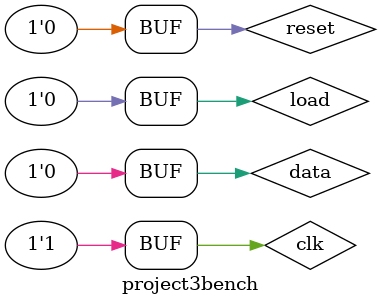
<source format=v>
`timescale 1ns / 1ps


module project3bench;

	// Inputs
	reg reset;
	reg load;
	reg data;
	reg clk;

	// Instantiate the Unit Under Test (UUT)
	counter uut (
		.reset(reset), 
		.load(load), 
		.data(data), 
		.clk(clk)
	);

	initial begin
	$monitor("counter=%d,clk=%d,load=%d,reset=%d",counter,clk,load,reset);
		// Initialize Inputs
		reset = 0;
		load = 0;
		data = 0;
		clk = 0;

		// Wait 100 ns for global reset to finish
		#100;
		data = 4'b0011;
		reset = 0;
		load = 0;
		clk = 0;
		
		#100;
		data = 0;
		reset = 0;
		load = 0;
		clk = 1;
		
		#100;
		data = 0;
		reset = 1;
		load = 0;
		clk = 0;
		
		#100;
		data = 0;
		reset = 0;
		load = 0;
		clk = 1;
		
		#100;
		data = 0;
		reset = 0;
		load = 0;
		clk = 0;
		
		#100;
		data = 0;
		reset = 0;
		load = 0;
		clk = 1;
		
		#100;
		data = 0;
		reset = 0;
		load = 1;
		clk = 1;
		
		#100;
		data = 0;
		reset = 0;
		load = 0;
		clk = 0;
		
		#100;
		data = 0;
		reset = 0;
		load = 0;
		clk = 1;
		
		#100;
		data = 0;
		reset = 0;
		load = 0;
		clk = 0;
		
		#100;
		data = 0;
		reset = 0;
		load = 0;
		clk = 1;
        
		#100;
		data = 0;
		reset = 0;
		load = 0;
		clk = 1; 
		// Add stimulus here

	end
      
endmodule


</source>
